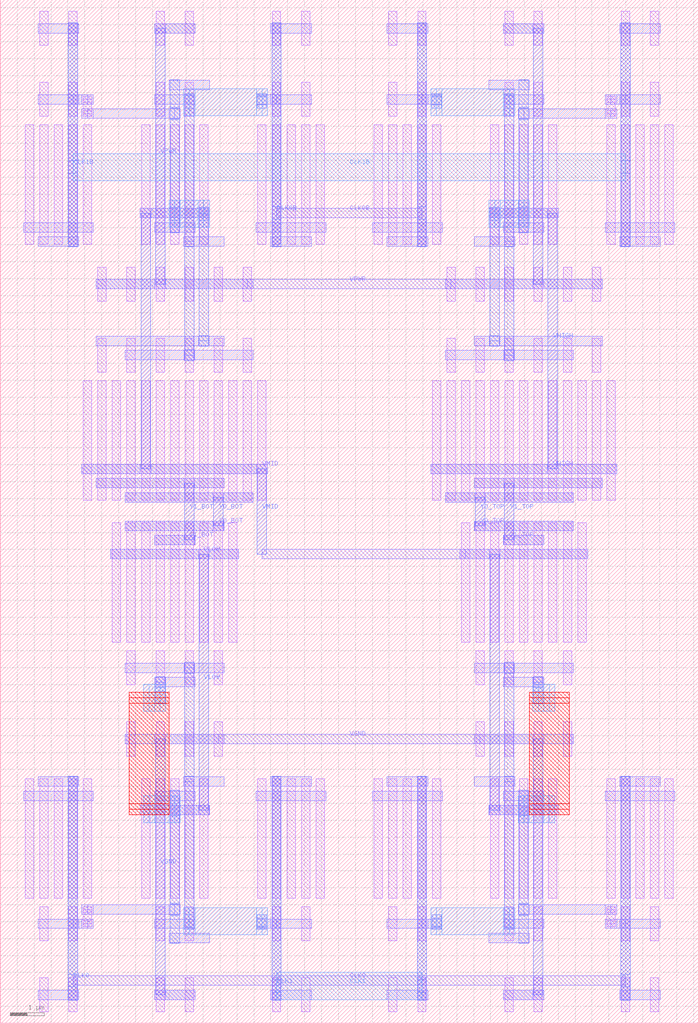
<source format=lef>
VERSION 5.7 ;
  DIVIDERCHAR "/" ;
  BUSBITCHARS "[]" ;
MACRO DCDC_CONV2TO1
  CLASS BLOCK ;
  ORIGIN 0 0 ;
  FOREIGN DCDC_CONV2TO1 0 0 ;
  SIZE 20.64 BY 30.24 ;
  PIN CLK0
    DIRECTION INOUT ;
    USE SIGNAL ;
    PORT 
      LAYER met3 ;
        RECT 18.35 0.68 18.63 7.3 ;
      LAYER met3 ;
        RECT 2.01 0.68 2.29 7.3 ;
      LAYER met3 ;
        RECT 18.35 1.075 18.63 1.445 ;
      LAYER met2 ;
        RECT 2.15 1.12 18.49 1.4 ;
      LAYER met3 ;
        RECT 2.01 1.075 2.29 1.445 ;
    END
  END CLK0
  PIN CLK0B
    DIRECTION INOUT ;
    USE SIGNAL ;
    PORT 
      LAYER met3 ;
        RECT 12.33 22.94 12.61 29.56 ;
      LAYER met3 ;
        RECT 8.03 22.94 8.31 29.56 ;
      LAYER met3 ;
        RECT 12.33 23.755 12.61 24.125 ;
      LAYER met2 ;
        RECT 8.17 23.8 12.47 24.08 ;
      LAYER met3 ;
        RECT 8.03 23.755 8.31 24.125 ;
    END
  END CLK0B
  PIN CLK1
    DIRECTION INOUT ;
    USE SIGNAL ;
    PORT 
      LAYER met3 ;
        RECT 12.33 0.68 12.61 7.3 ;
      LAYER met3 ;
        RECT 8.03 0.68 8.31 7.3 ;
      LAYER met3 ;
        RECT 12.33 0.915 12.61 1.285 ;
      LAYER met4 ;
        RECT 8.17 0.7 12.47 1.5 ;
      LAYER met3 ;
        RECT 8.03 0.915 8.31 1.285 ;
    END
  END CLK1
  PIN CLK1B
    DIRECTION INOUT ;
    USE SIGNAL ;
    PORT 
      LAYER met3 ;
        RECT 18.35 22.94 18.63 29.56 ;
      LAYER met3 ;
        RECT 2.01 22.94 2.29 29.56 ;
      LAYER met3 ;
        RECT 18.35 25.115 18.63 25.485 ;
      LAYER met4 ;
        RECT 2.15 24.9 18.49 25.7 ;
      LAYER met3 ;
        RECT 2.01 25.115 2.29 25.485 ;
    END
  END CLK1B
  PIN VGND
    DIRECTION INOUT ;
    USE SIGNAL ;
    PORT 
      LAYER met2 ;
        RECT 14.88 0.7 16.08 0.98 ;
      LAYER met2 ;
        RECT 14.02 8.26 16.94 8.54 ;
      LAYER met2 ;
        RECT 15.75 0.7 16.07 0.98 ;
      LAYER met3 ;
        RECT 15.77 0.84 16.05 8.4 ;
      LAYER met2 ;
        RECT 15.75 8.26 16.07 8.54 ;
      LAYER met2 ;
        RECT 4.56 0.7 5.76 0.98 ;
      LAYER met2 ;
        RECT 3.7 8.26 6.62 8.54 ;
      LAYER met2 ;
        RECT 4.57 0.7 4.89 0.98 ;
      LAYER met3 ;
        RECT 4.59 0.84 4.87 8.4 ;
      LAYER met2 ;
        RECT 4.57 8.26 4.89 8.54 ;
      LAYER met2 ;
        RECT 6.45 8.26 14.19 8.54 ;
    END
  END VGND
  PIN VHIGH
    DIRECTION INOUT ;
    USE SIGNAL ;
    PORT 
      LAYER met2 ;
        RECT 14.45 23.8 16.51 24.08 ;
      LAYER met2 ;
        RECT 12.73 16.24 18.23 16.52 ;
      LAYER met2 ;
        RECT 16.18 23.8 16.5 24.08 ;
      LAYER met3 ;
        RECT 16.2 16.38 16.48 23.94 ;
      LAYER met2 ;
        RECT 16.18 16.24 16.5 16.52 ;
    END
  END VHIGH
  PIN VLOW
    DIRECTION INOUT ;
    USE SIGNAL ;
    PORT 
      LAYER met2 ;
        RECT 4.13 6.16 6.19 6.44 ;
      LAYER met2 ;
        RECT 3.27 13.72 7.05 14 ;
      LAYER met2 ;
        RECT 5.86 6.16 6.18 6.44 ;
      LAYER met3 ;
        RECT 5.88 6.3 6.16 13.86 ;
      LAYER met2 ;
        RECT 5.86 13.72 6.18 14 ;
    END
  END VLOW
  PIN VMID
    DIRECTION INOUT ;
    USE SIGNAL ;
    PORT 
      LAYER met2 ;
        RECT 14.45 6.16 16.51 6.44 ;
      LAYER met2 ;
        RECT 13.59 13.72 17.37 14 ;
      LAYER met2 ;
        RECT 14.46 6.16 14.78 6.44 ;
      LAYER met3 ;
        RECT 14.48 6.3 14.76 13.86 ;
      LAYER met2 ;
        RECT 14.46 13.72 14.78 14 ;
      LAYER met2 ;
        RECT 4.13 23.8 6.19 24.08 ;
      LAYER met2 ;
        RECT 2.41 16.24 7.91 16.52 ;
      LAYER met2 ;
        RECT 4.14 23.8 4.46 24.08 ;
      LAYER met3 ;
        RECT 4.16 16.38 4.44 23.94 ;
      LAYER met2 ;
        RECT 4.14 16.24 4.46 16.52 ;
      LAYER met2 ;
        RECT 7.74 13.72 13.76 14 ;
      LAYER met3 ;
        RECT 7.6 13.86 7.88 16.38 ;
      LAYER met2 ;
        RECT 7.58 16.24 7.9 16.52 ;
    END
  END VMID
  PIN VPWR
    DIRECTION INOUT ;
    USE SIGNAL ;
    PORT 
      LAYER met2 ;
        RECT 14.88 29.26 16.08 29.54 ;
      LAYER met2 ;
        RECT 13.16 21.7 17.8 21.98 ;
      LAYER met2 ;
        RECT 15.75 29.26 16.07 29.54 ;
      LAYER met3 ;
        RECT 15.77 21.84 16.05 29.4 ;
      LAYER met2 ;
        RECT 15.75 21.7 16.07 21.98 ;
      LAYER met2 ;
        RECT 4.56 29.26 5.76 29.54 ;
      LAYER met2 ;
        RECT 2.84 21.7 7.48 21.98 ;
      LAYER met2 ;
        RECT 4.57 29.26 4.89 29.54 ;
      LAYER met3 ;
        RECT 4.59 21.84 4.87 29.4 ;
      LAYER met2 ;
        RECT 4.57 21.7 4.89 21.98 ;
      LAYER met2 ;
        RECT 7.31 21.7 13.33 21.98 ;
    END
  END VPWR
  PIN Y0_BOT
    DIRECTION INOUT ;
    USE SIGNAL ;
    PORT 
      LAYER met2 ;
        RECT 3.7 15.4 7.48 15.68 ;
      LAYER met2 ;
        RECT 3.7 14.56 6.62 14.84 ;
      LAYER met2 ;
        RECT 6.29 15.4 6.61 15.68 ;
      LAYER met3 ;
        RECT 6.31 14.7 6.59 15.54 ;
      LAYER met2 ;
        RECT 6.29 14.56 6.61 14.84 ;
    END
  END Y0_BOT
  PIN Y0_TOP
    DIRECTION INOUT ;
    USE SIGNAL ;
    PORT 
      LAYER met2 ;
        RECT 13.16 15.4 16.94 15.68 ;
      LAYER met2 ;
        RECT 14.02 14.56 16.94 14.84 ;
      LAYER met2 ;
        RECT 14.03 15.4 14.35 15.68 ;
      LAYER met3 ;
        RECT 14.05 14.7 14.33 15.54 ;
      LAYER met2 ;
        RECT 14.03 14.56 14.35 14.84 ;
    END
  END Y0_TOP
  PIN Y1_BOT
    DIRECTION INOUT ;
    USE SIGNAL ;
    PORT 
      LAYER met2 ;
        RECT 2.84 15.82 6.62 16.1 ;
      LAYER met2 ;
        RECT 4.56 14.14 5.76 14.42 ;
      LAYER met2 ;
        RECT 5.43 15.82 5.75 16.1 ;
      LAYER met3 ;
        RECT 5.45 14.28 5.73 15.96 ;
      LAYER met2 ;
        RECT 5.43 14.14 5.75 14.42 ;
    END
  END Y1_BOT
  PIN Y1_TOP
    DIRECTION INOUT ;
    USE SIGNAL ;
    PORT 
      LAYER met2 ;
        RECT 14.02 15.82 17.8 16.1 ;
      LAYER met2 ;
        RECT 14.88 14.14 16.08 14.42 ;
      LAYER met2 ;
        RECT 14.89 15.82 15.21 16.1 ;
      LAYER met3 ;
        RECT 14.91 14.28 15.19 15.96 ;
      LAYER met2 ;
        RECT 14.89 14.14 15.21 14.42 ;
    END
  END Y1_TOP
  OBS 
  LAYER met3 ;
        RECT 14.91 22.94 15.19 27.46 ;
  LAYER met2 ;
        RECT 13.16 19.6 16.94 19.88 ;
  LAYER met2 ;
        RECT 11.44 27.16 12.64 27.44 ;
  LAYER met3 ;
        RECT 14.91 19.74 15.19 23.1 ;
  LAYER met2 ;
        RECT 14.89 19.6 15.21 19.88 ;
  LAYER met3 ;
        RECT 14.91 27.035 15.19 27.405 ;
  LAYER met4 ;
        RECT 12.9 26.82 15.05 27.62 ;
  LAYER met3 ;
        RECT 12.76 27.139 13.04 27.381 ;
  LAYER met2 ;
        RECT 12.47 27.16 12.9 27.44 ;
  LAYER met2 ;
        RECT 14.89 19.6 15.21 19.88 ;
  LAYER met3 ;
        RECT 14.91 19.58 15.19 19.9 ;
  LAYER met2 ;
        RECT 12.74 27.16 13.06 27.44 ;
  LAYER met3 ;
        RECT 12.76 27.14 13.04 27.46 ;
  LAYER met2 ;
        RECT 14.89 19.6 15.21 19.88 ;
  LAYER met3 ;
        RECT 14.91 19.58 15.19 19.9 ;
  LAYER met3 ;
        RECT 12.76 27.035 13.04 27.405 ;
  LAYER met4 ;
        RECT 12.735 26.82 13.065 27.62 ;
  LAYER met3 ;
        RECT 14.91 27.035 15.19 27.405 ;
  LAYER met4 ;
        RECT 14.885 26.82 15.215 27.62 ;
  LAYER met2 ;
        RECT 14.89 19.6 15.21 19.88 ;
  LAYER met3 ;
        RECT 14.91 19.58 15.19 19.9 ;
  LAYER met3 ;
        RECT 14.91 27.035 15.19 27.405 ;
  LAYER met4 ;
        RECT 14.885 26.82 15.215 27.62 ;
  LAYER met3 ;
        RECT 15.34 23.36 15.62 27.88 ;
  LAYER met2 ;
        RECT 14.02 20.02 17.8 20.3 ;
  LAYER met2 ;
        RECT 18.32 27.16 19.52 27.44 ;
  LAYER met3 ;
        RECT 15.34 23.735 15.62 24.105 ;
  LAYER met4 ;
        RECT 14.62 23.52 15.48 24.32 ;
  LAYER met3 ;
        RECT 14.48 20.16 14.76 23.92 ;
  LAYER met2 ;
        RECT 14.46 20.02 14.78 20.3 ;
  LAYER met3 ;
        RECT 15.34 26.695 15.62 27.065 ;
  LAYER met2 ;
        RECT 15.48 26.74 18.06 27.02 ;
  LAYER met1 ;
        RECT 17.935 26.88 18.185 27.3 ;
  LAYER met2 ;
        RECT 18.06 27.16 18.49 27.44 ;
  LAYER met2 ;
        RECT 14.46 20.02 14.78 20.3 ;
  LAYER met3 ;
        RECT 14.48 20 14.76 20.32 ;
  LAYER met3 ;
        RECT 14.48 23.735 14.76 24.105 ;
  LAYER met4 ;
        RECT 14.455 23.52 14.785 24.32 ;
  LAYER met3 ;
        RECT 15.34 23.735 15.62 24.105 ;
  LAYER met4 ;
        RECT 15.315 23.52 15.645 24.32 ;
  LAYER met1 ;
        RECT 17.935 26.795 18.185 26.965 ;
  LAYER met2 ;
        RECT 17.89 26.74 18.23 27.02 ;
  LAYER met1 ;
        RECT 17.935 27.215 18.185 27.385 ;
  LAYER met2 ;
        RECT 17.89 27.16 18.23 27.44 ;
  LAYER met2 ;
        RECT 14.46 20.02 14.78 20.3 ;
  LAYER met3 ;
        RECT 14.48 20 14.76 20.32 ;
  LAYER met2 ;
        RECT 15.32 26.74 15.64 27.02 ;
  LAYER met3 ;
        RECT 15.34 26.72 15.62 27.04 ;
  LAYER met3 ;
        RECT 14.48 23.735 14.76 24.105 ;
  LAYER met4 ;
        RECT 14.455 23.52 14.785 24.32 ;
  LAYER met3 ;
        RECT 15.34 23.735 15.62 24.105 ;
  LAYER met4 ;
        RECT 15.315 23.52 15.645 24.32 ;
  LAYER met1 ;
        RECT 17.935 26.795 18.185 26.965 ;
  LAYER met2 ;
        RECT 17.89 26.74 18.23 27.02 ;
  LAYER met1 ;
        RECT 17.935 27.215 18.185 27.385 ;
  LAYER met2 ;
        RECT 17.89 27.16 18.23 27.44 ;
  LAYER met2 ;
        RECT 14.46 20.02 14.78 20.3 ;
  LAYER met3 ;
        RECT 14.48 20 14.76 20.32 ;
  LAYER met2 ;
        RECT 15.32 26.74 15.64 27.02 ;
  LAYER met3 ;
        RECT 15.34 26.72 15.62 27.04 ;
  LAYER met3 ;
        RECT 14.48 23.735 14.76 24.105 ;
  LAYER met4 ;
        RECT 14.455 23.52 14.785 24.32 ;
  LAYER met3 ;
        RECT 15.34 23.735 15.62 24.105 ;
  LAYER met4 ;
        RECT 15.315 23.52 15.645 24.32 ;
  LAYER met1 ;
        RECT 14.925 23.015 15.175 26.545 ;
  LAYER met1 ;
        RECT 14.925 26.795 15.175 27.805 ;
  LAYER met1 ;
        RECT 14.925 28.895 15.175 29.905 ;
  LAYER met1 ;
        RECT 14.495 23.015 14.745 26.545 ;
  LAYER met1 ;
        RECT 15.355 23.015 15.605 26.545 ;
  LAYER met1 ;
        RECT 15.785 23.015 16.035 26.545 ;
  LAYER met1 ;
        RECT 15.785 26.795 16.035 27.805 ;
  LAYER met1 ;
        RECT 15.785 28.895 16.035 29.905 ;
  LAYER met1 ;
        RECT 16.215 23.015 16.465 26.545 ;
  LAYER met2 ;
        RECT 14.88 27.16 16.08 27.44 ;
  LAYER met2 ;
        RECT 14.02 22.96 15.22 23.24 ;
  LAYER met2 ;
        RECT 14.45 27.58 15.65 27.86 ;
  LAYER met2 ;
        RECT 14.88 23.38 16.08 23.66 ;
  LAYER met2 ;
        RECT 14.88 29.26 16.08 29.54 ;
  LAYER met3 ;
        RECT 14.91 22.94 15.19 27.46 ;
  LAYER met3 ;
        RECT 15.34 23.36 15.62 27.88 ;
  LAYER met2 ;
        RECT 14.45 23.8 16.51 24.08 ;
  LAYER met1 ;
        RECT 13.205 15.455 13.455 18.985 ;
  LAYER met1 ;
        RECT 13.205 19.235 13.455 20.245 ;
  LAYER met1 ;
        RECT 13.205 21.335 13.455 22.345 ;
  LAYER met1 ;
        RECT 12.775 15.455 13.025 18.985 ;
  LAYER met1 ;
        RECT 13.635 15.455 13.885 18.985 ;
  LAYER met1 ;
        RECT 14.065 15.455 14.315 18.985 ;
  LAYER met1 ;
        RECT 14.065 19.235 14.315 20.245 ;
  LAYER met1 ;
        RECT 14.065 21.335 14.315 22.345 ;
  LAYER met1 ;
        RECT 14.495 15.455 14.745 18.985 ;
  LAYER met1 ;
        RECT 14.925 15.455 15.175 18.985 ;
  LAYER met1 ;
        RECT 14.925 19.235 15.175 20.245 ;
  LAYER met1 ;
        RECT 14.925 21.335 15.175 22.345 ;
  LAYER met1 ;
        RECT 15.355 15.455 15.605 18.985 ;
  LAYER met1 ;
        RECT 15.785 15.455 16.035 18.985 ;
  LAYER met1 ;
        RECT 15.785 19.235 16.035 20.245 ;
  LAYER met1 ;
        RECT 15.785 21.335 16.035 22.345 ;
  LAYER met1 ;
        RECT 16.215 15.455 16.465 18.985 ;
  LAYER met1 ;
        RECT 16.645 15.455 16.895 18.985 ;
  LAYER met1 ;
        RECT 16.645 19.235 16.895 20.245 ;
  LAYER met1 ;
        RECT 16.645 21.335 16.895 22.345 ;
  LAYER met1 ;
        RECT 17.075 15.455 17.325 18.985 ;
  LAYER met1 ;
        RECT 17.505 15.455 17.755 18.985 ;
  LAYER met1 ;
        RECT 17.505 19.235 17.755 20.245 ;
  LAYER met1 ;
        RECT 17.505 21.335 17.755 22.345 ;
  LAYER met1 ;
        RECT 17.935 15.455 18.185 18.985 ;
  LAYER met2 ;
        RECT 13.16 21.7 17.8 21.98 ;
  LAYER met2 ;
        RECT 13.16 15.4 16.94 15.68 ;
  LAYER met2 ;
        RECT 14.02 15.82 17.8 16.1 ;
  LAYER met2 ;
        RECT 13.16 19.6 16.94 19.88 ;
  LAYER met2 ;
        RECT 14.02 20.02 17.8 20.3 ;
  LAYER met2 ;
        RECT 12.73 16.24 18.23 16.52 ;
  LAYER met1 ;
        RECT 11.485 23.015 11.735 26.545 ;
  LAYER met1 ;
        RECT 11.485 26.795 11.735 27.805 ;
  LAYER met1 ;
        RECT 11.485 28.895 11.735 29.905 ;
  LAYER met1 ;
        RECT 11.055 23.015 11.305 26.545 ;
  LAYER met1 ;
        RECT 11.915 23.015 12.165 26.545 ;
  LAYER met1 ;
        RECT 12.345 23.015 12.595 26.545 ;
  LAYER met1 ;
        RECT 12.345 26.795 12.595 27.805 ;
  LAYER met1 ;
        RECT 12.345 28.895 12.595 29.905 ;
  LAYER met1 ;
        RECT 12.775 23.015 13.025 26.545 ;
  LAYER met2 ;
        RECT 11.44 29.26 12.64 29.54 ;
  LAYER met2 ;
        RECT 11.44 22.96 12.64 23.24 ;
  LAYER met2 ;
        RECT 11.01 23.38 13.07 23.66 ;
  LAYER met2 ;
        RECT 11.44 27.16 12.64 27.44 ;
  LAYER met3 ;
        RECT 12.33 22.94 12.61 29.56 ;
  LAYER met1 ;
        RECT 19.225 23.015 19.475 26.545 ;
  LAYER met1 ;
        RECT 19.225 26.795 19.475 27.805 ;
  LAYER met1 ;
        RECT 19.225 28.895 19.475 29.905 ;
  LAYER met1 ;
        RECT 19.655 23.015 19.905 26.545 ;
  LAYER met1 ;
        RECT 18.795 23.015 19.045 26.545 ;
  LAYER met1 ;
        RECT 18.365 23.015 18.615 26.545 ;
  LAYER met1 ;
        RECT 18.365 26.795 18.615 27.805 ;
  LAYER met1 ;
        RECT 18.365 28.895 18.615 29.905 ;
  LAYER met1 ;
        RECT 17.935 23.015 18.185 26.545 ;
  LAYER met2 ;
        RECT 18.32 29.26 19.52 29.54 ;
  LAYER met2 ;
        RECT 18.32 22.96 19.52 23.24 ;
  LAYER met2 ;
        RECT 17.89 23.38 19.95 23.66 ;
  LAYER met2 ;
        RECT 18.32 27.16 19.52 27.44 ;
  LAYER met3 ;
        RECT 18.35 22.94 18.63 29.56 ;
  LAYER met3 ;
        RECT 14.91 2.78 15.19 7.3 ;
  LAYER met2 ;
        RECT 14.02 10.36 16.94 10.64 ;
  LAYER met2 ;
        RECT 11.44 2.8 12.64 3.08 ;
  LAYER met3 ;
        RECT 14.91 7.14 15.19 10.5 ;
  LAYER met2 ;
        RECT 14.89 10.36 15.21 10.64 ;
  LAYER met3 ;
        RECT 14.91 2.835 15.19 3.205 ;
  LAYER met4 ;
        RECT 12.9 2.62 15.05 3.42 ;
  LAYER met3 ;
        RECT 12.76 2.859 13.04 3.101 ;
  LAYER met2 ;
        RECT 12.47 2.8 12.9 3.08 ;
  LAYER met2 ;
        RECT 14.89 10.36 15.21 10.64 ;
  LAYER met3 ;
        RECT 14.91 10.34 15.19 10.66 ;
  LAYER met2 ;
        RECT 12.74 2.8 13.06 3.08 ;
  LAYER met3 ;
        RECT 12.76 2.78 13.04 3.1 ;
  LAYER met2 ;
        RECT 14.89 10.36 15.21 10.64 ;
  LAYER met3 ;
        RECT 14.91 10.34 15.19 10.66 ;
  LAYER met3 ;
        RECT 12.76 2.835 13.04 3.205 ;
  LAYER met4 ;
        RECT 12.735 2.62 13.065 3.42 ;
  LAYER met3 ;
        RECT 14.91 2.835 15.19 3.205 ;
  LAYER met4 ;
        RECT 14.885 2.62 15.215 3.42 ;
  LAYER met2 ;
        RECT 14.89 10.36 15.21 10.64 ;
  LAYER met3 ;
        RECT 14.91 10.34 15.19 10.66 ;
  LAYER met3 ;
        RECT 14.91 2.835 15.19 3.205 ;
  LAYER met4 ;
        RECT 14.885 2.62 15.215 3.42 ;
  LAYER met3 ;
        RECT 15.34 2.36 15.62 6.88 ;
  LAYER met2 ;
        RECT 14.88 9.94 16.08 10.22 ;
  LAYER met2 ;
        RECT 18.32 2.8 19.52 3.08 ;
  LAYER met3 ;
        RECT 15.34 6.135 15.62 6.505 ;
  LAYER met4 ;
        RECT 15.48 5.92 16.24 6.72 ;
  LAYER met5 ;
        RECT 15.65 6.32 16.83 9.62 ;
  LAYER met4 ;
        RECT 15.91 9.22 16.24 10.02 ;
  LAYER met3 ;
        RECT 15.77 9.62 16.05 10.08 ;
  LAYER met2 ;
        RECT 15.75 9.94 16.07 10.22 ;
  LAYER met3 ;
        RECT 15.34 3.175 15.62 3.545 ;
  LAYER met2 ;
        RECT 15.48 3.22 18.06 3.5 ;
  LAYER met1 ;
        RECT 17.935 2.94 18.185 3.36 ;
  LAYER met2 ;
        RECT 18.06 2.8 18.49 3.08 ;
  LAYER met2 ;
        RECT 15.75 9.94 16.07 10.22 ;
  LAYER met3 ;
        RECT 15.77 9.92 16.05 10.24 ;
  LAYER met3 ;
        RECT 15.34 6.135 15.62 6.505 ;
  LAYER met4 ;
        RECT 15.315 5.92 15.645 6.72 ;
  LAYER met3 ;
        RECT 15.77 9.435 16.05 9.805 ;
  LAYER met4 ;
        RECT 15.745 9.22 16.075 10.02 ;
  LAYER met4 ;
        RECT 16.075 9.22 16.405 10.02 ;
  LAYER met5 ;
        RECT 15.65 9.455 16.83 9.785 ;
  LAYER met4 ;
        RECT 16.075 5.92 16.405 6.72 ;
  LAYER met5 ;
        RECT 15.65 6.155 16.83 6.485 ;
  LAYER met1 ;
        RECT 17.935 3.275 18.185 3.445 ;
  LAYER met2 ;
        RECT 17.89 3.22 18.23 3.5 ;
  LAYER met1 ;
        RECT 17.935 2.855 18.185 3.025 ;
  LAYER met2 ;
        RECT 17.89 2.8 18.23 3.08 ;
  LAYER met2 ;
        RECT 15.32 3.22 15.64 3.5 ;
  LAYER met3 ;
        RECT 15.34 3.2 15.62 3.52 ;
  LAYER met2 ;
        RECT 15.75 9.94 16.07 10.22 ;
  LAYER met3 ;
        RECT 15.77 9.92 16.05 10.24 ;
  LAYER met3 ;
        RECT 15.34 6.135 15.62 6.505 ;
  LAYER met4 ;
        RECT 15.315 5.92 15.645 6.72 ;
  LAYER met3 ;
        RECT 15.77 9.435 16.05 9.805 ;
  LAYER met4 ;
        RECT 15.745 9.22 16.075 10.02 ;
  LAYER met4 ;
        RECT 16.075 9.22 16.405 10.02 ;
  LAYER met5 ;
        RECT 15.65 9.455 16.83 9.785 ;
  LAYER met4 ;
        RECT 16.075 5.92 16.405 6.72 ;
  LAYER met5 ;
        RECT 15.65 6.155 16.83 6.485 ;
  LAYER met1 ;
        RECT 17.935 3.275 18.185 3.445 ;
  LAYER met2 ;
        RECT 17.89 3.22 18.23 3.5 ;
  LAYER met1 ;
        RECT 17.935 2.855 18.185 3.025 ;
  LAYER met2 ;
        RECT 17.89 2.8 18.23 3.08 ;
  LAYER met2 ;
        RECT 15.32 3.22 15.64 3.5 ;
  LAYER met3 ;
        RECT 15.34 3.2 15.62 3.52 ;
  LAYER met2 ;
        RECT 15.75 9.94 16.07 10.22 ;
  LAYER met3 ;
        RECT 15.77 9.92 16.05 10.24 ;
  LAYER met3 ;
        RECT 15.34 6.135 15.62 6.505 ;
  LAYER met4 ;
        RECT 15.315 5.92 15.645 6.72 ;
  LAYER met3 ;
        RECT 15.77 9.435 16.05 9.805 ;
  LAYER met4 ;
        RECT 15.745 9.22 16.075 10.02 ;
  LAYER met4 ;
        RECT 16.075 9.22 16.405 10.02 ;
  LAYER met5 ;
        RECT 15.65 9.455 16.83 9.785 ;
  LAYER met4 ;
        RECT 16.075 5.92 16.405 6.72 ;
  LAYER met5 ;
        RECT 15.65 6.155 16.83 6.485 ;
  LAYER met1 ;
        RECT 14.925 3.695 15.175 7.225 ;
  LAYER met1 ;
        RECT 14.925 2.435 15.175 3.445 ;
  LAYER met1 ;
        RECT 14.925 0.335 15.175 1.345 ;
  LAYER met1 ;
        RECT 14.495 3.695 14.745 7.225 ;
  LAYER met1 ;
        RECT 15.355 3.695 15.605 7.225 ;
  LAYER met1 ;
        RECT 15.785 3.695 16.035 7.225 ;
  LAYER met1 ;
        RECT 15.785 2.435 16.035 3.445 ;
  LAYER met1 ;
        RECT 15.785 0.335 16.035 1.345 ;
  LAYER met1 ;
        RECT 16.215 3.695 16.465 7.225 ;
  LAYER met2 ;
        RECT 14.88 2.8 16.08 3.08 ;
  LAYER met2 ;
        RECT 14.02 7 15.22 7.28 ;
  LAYER met2 ;
        RECT 14.45 2.38 15.65 2.66 ;
  LAYER met2 ;
        RECT 14.88 6.58 16.08 6.86 ;
  LAYER met2 ;
        RECT 14.88 0.7 16.08 0.98 ;
  LAYER met3 ;
        RECT 14.91 2.78 15.19 7.3 ;
  LAYER met3 ;
        RECT 15.34 2.36 15.62 6.88 ;
  LAYER met2 ;
        RECT 14.45 6.16 16.51 6.44 ;
  LAYER met1 ;
        RECT 14.065 11.255 14.315 14.785 ;
  LAYER met1 ;
        RECT 14.065 9.995 14.315 11.005 ;
  LAYER met1 ;
        RECT 14.065 7.895 14.315 8.905 ;
  LAYER met1 ;
        RECT 13.635 11.255 13.885 14.785 ;
  LAYER met1 ;
        RECT 14.495 11.255 14.745 14.785 ;
  LAYER met1 ;
        RECT 14.925 11.255 15.175 14.785 ;
  LAYER met1 ;
        RECT 14.925 9.995 15.175 11.005 ;
  LAYER met1 ;
        RECT 14.925 7.895 15.175 8.905 ;
  LAYER met1 ;
        RECT 15.355 11.255 15.605 14.785 ;
  LAYER met1 ;
        RECT 15.785 11.255 16.035 14.785 ;
  LAYER met1 ;
        RECT 15.785 9.995 16.035 11.005 ;
  LAYER met1 ;
        RECT 15.785 7.895 16.035 8.905 ;
  LAYER met1 ;
        RECT 16.215 11.255 16.465 14.785 ;
  LAYER met1 ;
        RECT 16.645 11.255 16.895 14.785 ;
  LAYER met1 ;
        RECT 16.645 9.995 16.895 11.005 ;
  LAYER met1 ;
        RECT 16.645 7.895 16.895 8.905 ;
  LAYER met1 ;
        RECT 17.075 11.255 17.325 14.785 ;
  LAYER met2 ;
        RECT 14.02 8.26 16.94 8.54 ;
  LAYER met2 ;
        RECT 14.02 14.56 16.94 14.84 ;
  LAYER met2 ;
        RECT 14.88 14.14 16.08 14.42 ;
  LAYER met2 ;
        RECT 14.02 10.36 16.94 10.64 ;
  LAYER met2 ;
        RECT 14.88 9.94 16.08 10.22 ;
  LAYER met2 ;
        RECT 13.59 13.72 17.37 14 ;
  LAYER met1 ;
        RECT 11.485 3.695 11.735 7.225 ;
  LAYER met1 ;
        RECT 11.485 2.435 11.735 3.445 ;
  LAYER met1 ;
        RECT 11.485 0.335 11.735 1.345 ;
  LAYER met1 ;
        RECT 11.055 3.695 11.305 7.225 ;
  LAYER met1 ;
        RECT 11.915 3.695 12.165 7.225 ;
  LAYER met1 ;
        RECT 12.345 3.695 12.595 7.225 ;
  LAYER met1 ;
        RECT 12.345 2.435 12.595 3.445 ;
  LAYER met1 ;
        RECT 12.345 0.335 12.595 1.345 ;
  LAYER met1 ;
        RECT 12.775 3.695 13.025 7.225 ;
  LAYER met2 ;
        RECT 11.44 0.7 12.64 0.98 ;
  LAYER met2 ;
        RECT 11.44 7 12.64 7.28 ;
  LAYER met2 ;
        RECT 11.01 6.58 13.07 6.86 ;
  LAYER met2 ;
        RECT 11.44 2.8 12.64 3.08 ;
  LAYER met3 ;
        RECT 12.33 0.68 12.61 7.3 ;
  LAYER met1 ;
        RECT 19.225 3.695 19.475 7.225 ;
  LAYER met1 ;
        RECT 19.225 2.435 19.475 3.445 ;
  LAYER met1 ;
        RECT 19.225 0.335 19.475 1.345 ;
  LAYER met1 ;
        RECT 19.655 3.695 19.905 7.225 ;
  LAYER met1 ;
        RECT 18.795 3.695 19.045 7.225 ;
  LAYER met1 ;
        RECT 18.365 3.695 18.615 7.225 ;
  LAYER met1 ;
        RECT 18.365 2.435 18.615 3.445 ;
  LAYER met1 ;
        RECT 18.365 0.335 18.615 1.345 ;
  LAYER met1 ;
        RECT 17.935 3.695 18.185 7.225 ;
  LAYER met2 ;
        RECT 18.32 0.7 19.52 0.98 ;
  LAYER met2 ;
        RECT 18.32 7 19.52 7.28 ;
  LAYER met2 ;
        RECT 17.89 6.58 19.95 6.86 ;
  LAYER met2 ;
        RECT 18.32 2.8 19.52 3.08 ;
  LAYER met3 ;
        RECT 18.35 0.68 18.63 7.3 ;
  LAYER met3 ;
        RECT 5.45 22.94 5.73 27.46 ;
  LAYER met2 ;
        RECT 3.7 19.6 7.48 19.88 ;
  LAYER met2 ;
        RECT 8 27.16 9.2 27.44 ;
  LAYER met3 ;
        RECT 5.45 19.74 5.73 23.1 ;
  LAYER met2 ;
        RECT 5.43 19.6 5.75 19.88 ;
  LAYER met3 ;
        RECT 5.45 27.035 5.73 27.405 ;
  LAYER met4 ;
        RECT 5.59 26.82 7.74 27.62 ;
  LAYER met3 ;
        RECT 7.6 27.139 7.88 27.381 ;
  LAYER met2 ;
        RECT 7.74 27.16 8.17 27.44 ;
  LAYER met2 ;
        RECT 5.43 19.6 5.75 19.88 ;
  LAYER met3 ;
        RECT 5.45 19.58 5.73 19.9 ;
  LAYER met2 ;
        RECT 7.58 27.16 7.9 27.44 ;
  LAYER met3 ;
        RECT 7.6 27.14 7.88 27.46 ;
  LAYER met2 ;
        RECT 5.43 19.6 5.75 19.88 ;
  LAYER met3 ;
        RECT 5.45 19.58 5.73 19.9 ;
  LAYER met3 ;
        RECT 7.6 27.035 7.88 27.405 ;
  LAYER met4 ;
        RECT 7.575 26.82 7.905 27.62 ;
  LAYER met3 ;
        RECT 5.45 27.035 5.73 27.405 ;
  LAYER met4 ;
        RECT 5.425 26.82 5.755 27.62 ;
  LAYER met2 ;
        RECT 5.43 19.6 5.75 19.88 ;
  LAYER met3 ;
        RECT 5.45 19.58 5.73 19.9 ;
  LAYER met3 ;
        RECT 5.45 27.035 5.73 27.405 ;
  LAYER met4 ;
        RECT 5.425 26.82 5.755 27.62 ;
  LAYER met3 ;
        RECT 5.02 23.36 5.3 27.88 ;
  LAYER met2 ;
        RECT 2.84 20.02 6.62 20.3 ;
  LAYER met2 ;
        RECT 1.12 27.16 2.32 27.44 ;
  LAYER met3 ;
        RECT 5.02 23.735 5.3 24.105 ;
  LAYER met4 ;
        RECT 5.16 23.52 6.02 24.32 ;
  LAYER met3 ;
        RECT 5.88 20.16 6.16 23.92 ;
  LAYER met2 ;
        RECT 5.86 20.02 6.18 20.3 ;
  LAYER met3 ;
        RECT 5.02 26.695 5.3 27.065 ;
  LAYER met2 ;
        RECT 2.58 26.74 5.16 27.02 ;
  LAYER met1 ;
        RECT 2.455 26.88 2.705 27.3 ;
  LAYER met2 ;
        RECT 2.15 27.16 2.58 27.44 ;
  LAYER met2 ;
        RECT 5.86 20.02 6.18 20.3 ;
  LAYER met3 ;
        RECT 5.88 20 6.16 20.32 ;
  LAYER met3 ;
        RECT 5.88 23.735 6.16 24.105 ;
  LAYER met4 ;
        RECT 5.855 23.52 6.185 24.32 ;
  LAYER met3 ;
        RECT 5.02 23.735 5.3 24.105 ;
  LAYER met4 ;
        RECT 4.995 23.52 5.325 24.32 ;
  LAYER met1 ;
        RECT 2.455 26.795 2.705 26.965 ;
  LAYER met2 ;
        RECT 2.41 26.74 2.75 27.02 ;
  LAYER met1 ;
        RECT 2.455 27.215 2.705 27.385 ;
  LAYER met2 ;
        RECT 2.41 27.16 2.75 27.44 ;
  LAYER met2 ;
        RECT 5.86 20.02 6.18 20.3 ;
  LAYER met3 ;
        RECT 5.88 20 6.16 20.32 ;
  LAYER met2 ;
        RECT 5 26.74 5.32 27.02 ;
  LAYER met3 ;
        RECT 5.02 26.72 5.3 27.04 ;
  LAYER met3 ;
        RECT 5.88 23.735 6.16 24.105 ;
  LAYER met4 ;
        RECT 5.855 23.52 6.185 24.32 ;
  LAYER met3 ;
        RECT 5.02 23.735 5.3 24.105 ;
  LAYER met4 ;
        RECT 4.995 23.52 5.325 24.32 ;
  LAYER met1 ;
        RECT 2.455 26.795 2.705 26.965 ;
  LAYER met2 ;
        RECT 2.41 26.74 2.75 27.02 ;
  LAYER met1 ;
        RECT 2.455 27.215 2.705 27.385 ;
  LAYER met2 ;
        RECT 2.41 27.16 2.75 27.44 ;
  LAYER met2 ;
        RECT 5.86 20.02 6.18 20.3 ;
  LAYER met3 ;
        RECT 5.88 20 6.16 20.32 ;
  LAYER met2 ;
        RECT 5 26.74 5.32 27.02 ;
  LAYER met3 ;
        RECT 5.02 26.72 5.3 27.04 ;
  LAYER met3 ;
        RECT 5.88 23.735 6.16 24.105 ;
  LAYER met4 ;
        RECT 5.855 23.52 6.185 24.32 ;
  LAYER met3 ;
        RECT 5.02 23.735 5.3 24.105 ;
  LAYER met4 ;
        RECT 4.995 23.52 5.325 24.32 ;
  LAYER met1 ;
        RECT 5.465 23.015 5.715 26.545 ;
  LAYER met1 ;
        RECT 5.465 26.795 5.715 27.805 ;
  LAYER met1 ;
        RECT 5.465 28.895 5.715 29.905 ;
  LAYER met1 ;
        RECT 5.895 23.015 6.145 26.545 ;
  LAYER met1 ;
        RECT 5.035 23.015 5.285 26.545 ;
  LAYER met1 ;
        RECT 4.605 23.015 4.855 26.545 ;
  LAYER met1 ;
        RECT 4.605 26.795 4.855 27.805 ;
  LAYER met1 ;
        RECT 4.605 28.895 4.855 29.905 ;
  LAYER met1 ;
        RECT 4.175 23.015 4.425 26.545 ;
  LAYER met2 ;
        RECT 4.56 27.16 5.76 27.44 ;
  LAYER met2 ;
        RECT 5.42 22.96 6.62 23.24 ;
  LAYER met2 ;
        RECT 4.99 27.58 6.19 27.86 ;
  LAYER met2 ;
        RECT 4.56 23.38 5.76 23.66 ;
  LAYER met2 ;
        RECT 4.56 29.26 5.76 29.54 ;
  LAYER met3 ;
        RECT 5.45 22.94 5.73 27.46 ;
  LAYER met3 ;
        RECT 5.02 23.36 5.3 27.88 ;
  LAYER met2 ;
        RECT 4.13 23.8 6.19 24.08 ;
  LAYER met1 ;
        RECT 7.185 15.455 7.435 18.985 ;
  LAYER met1 ;
        RECT 7.185 19.235 7.435 20.245 ;
  LAYER met1 ;
        RECT 7.185 21.335 7.435 22.345 ;
  LAYER met1 ;
        RECT 7.615 15.455 7.865 18.985 ;
  LAYER met1 ;
        RECT 6.755 15.455 7.005 18.985 ;
  LAYER met1 ;
        RECT 6.325 15.455 6.575 18.985 ;
  LAYER met1 ;
        RECT 6.325 19.235 6.575 20.245 ;
  LAYER met1 ;
        RECT 6.325 21.335 6.575 22.345 ;
  LAYER met1 ;
        RECT 5.895 15.455 6.145 18.985 ;
  LAYER met1 ;
        RECT 5.465 15.455 5.715 18.985 ;
  LAYER met1 ;
        RECT 5.465 19.235 5.715 20.245 ;
  LAYER met1 ;
        RECT 5.465 21.335 5.715 22.345 ;
  LAYER met1 ;
        RECT 5.035 15.455 5.285 18.985 ;
  LAYER met1 ;
        RECT 4.605 15.455 4.855 18.985 ;
  LAYER met1 ;
        RECT 4.605 19.235 4.855 20.245 ;
  LAYER met1 ;
        RECT 4.605 21.335 4.855 22.345 ;
  LAYER met1 ;
        RECT 4.175 15.455 4.425 18.985 ;
  LAYER met1 ;
        RECT 3.745 15.455 3.995 18.985 ;
  LAYER met1 ;
        RECT 3.745 19.235 3.995 20.245 ;
  LAYER met1 ;
        RECT 3.745 21.335 3.995 22.345 ;
  LAYER met1 ;
        RECT 3.315 15.455 3.565 18.985 ;
  LAYER met1 ;
        RECT 2.885 15.455 3.135 18.985 ;
  LAYER met1 ;
        RECT 2.885 19.235 3.135 20.245 ;
  LAYER met1 ;
        RECT 2.885 21.335 3.135 22.345 ;
  LAYER met1 ;
        RECT 2.455 15.455 2.705 18.985 ;
  LAYER met2 ;
        RECT 2.84 21.7 7.48 21.98 ;
  LAYER met2 ;
        RECT 3.7 15.4 7.48 15.68 ;
  LAYER met2 ;
        RECT 2.84 15.82 6.62 16.1 ;
  LAYER met2 ;
        RECT 3.7 19.6 7.48 19.88 ;
  LAYER met2 ;
        RECT 2.84 20.02 6.62 20.3 ;
  LAYER met2 ;
        RECT 2.41 16.24 7.91 16.52 ;
  LAYER met1 ;
        RECT 8.905 23.015 9.155 26.545 ;
  LAYER met1 ;
        RECT 8.905 26.795 9.155 27.805 ;
  LAYER met1 ;
        RECT 8.905 28.895 9.155 29.905 ;
  LAYER met1 ;
        RECT 9.335 23.015 9.585 26.545 ;
  LAYER met1 ;
        RECT 8.475 23.015 8.725 26.545 ;
  LAYER met1 ;
        RECT 8.045 23.015 8.295 26.545 ;
  LAYER met1 ;
        RECT 8.045 26.795 8.295 27.805 ;
  LAYER met1 ;
        RECT 8.045 28.895 8.295 29.905 ;
  LAYER met1 ;
        RECT 7.615 23.015 7.865 26.545 ;
  LAYER met2 ;
        RECT 8 29.26 9.2 29.54 ;
  LAYER met2 ;
        RECT 8 22.96 9.2 23.24 ;
  LAYER met2 ;
        RECT 7.57 23.38 9.63 23.66 ;
  LAYER met2 ;
        RECT 8 27.16 9.2 27.44 ;
  LAYER met3 ;
        RECT 8.03 22.94 8.31 29.56 ;
  LAYER met1 ;
        RECT 1.165 23.015 1.415 26.545 ;
  LAYER met1 ;
        RECT 1.165 26.795 1.415 27.805 ;
  LAYER met1 ;
        RECT 1.165 28.895 1.415 29.905 ;
  LAYER met1 ;
        RECT 0.735 23.015 0.985 26.545 ;
  LAYER met1 ;
        RECT 1.595 23.015 1.845 26.545 ;
  LAYER met1 ;
        RECT 2.025 23.015 2.275 26.545 ;
  LAYER met1 ;
        RECT 2.025 26.795 2.275 27.805 ;
  LAYER met1 ;
        RECT 2.025 28.895 2.275 29.905 ;
  LAYER met1 ;
        RECT 2.455 23.015 2.705 26.545 ;
  LAYER met2 ;
        RECT 1.12 29.26 2.32 29.54 ;
  LAYER met2 ;
        RECT 1.12 22.96 2.32 23.24 ;
  LAYER met2 ;
        RECT 0.69 23.38 2.75 23.66 ;
  LAYER met2 ;
        RECT 1.12 27.16 2.32 27.44 ;
  LAYER met3 ;
        RECT 2.01 22.94 2.29 29.56 ;
  LAYER met3 ;
        RECT 5.45 2.78 5.73 7.3 ;
  LAYER met2 ;
        RECT 3.7 10.36 6.62 10.64 ;
  LAYER met2 ;
        RECT 8 2.8 9.2 3.08 ;
  LAYER met3 ;
        RECT 5.45 7.14 5.73 10.5 ;
  LAYER met2 ;
        RECT 5.43 10.36 5.75 10.64 ;
  LAYER met3 ;
        RECT 5.45 2.835 5.73 3.205 ;
  LAYER met4 ;
        RECT 5.59 2.62 7.74 3.42 ;
  LAYER met3 ;
        RECT 7.6 2.859 7.88 3.101 ;
  LAYER met2 ;
        RECT 7.74 2.8 8.17 3.08 ;
  LAYER met2 ;
        RECT 5.43 10.36 5.75 10.64 ;
  LAYER met3 ;
        RECT 5.45 10.34 5.73 10.66 ;
  LAYER met2 ;
        RECT 7.58 2.8 7.9 3.08 ;
  LAYER met3 ;
        RECT 7.6 2.78 7.88 3.1 ;
  LAYER met2 ;
        RECT 5.43 10.36 5.75 10.64 ;
  LAYER met3 ;
        RECT 5.45 10.34 5.73 10.66 ;
  LAYER met3 ;
        RECT 7.6 2.835 7.88 3.205 ;
  LAYER met4 ;
        RECT 7.575 2.62 7.905 3.42 ;
  LAYER met3 ;
        RECT 5.45 2.835 5.73 3.205 ;
  LAYER met4 ;
        RECT 5.425 2.62 5.755 3.42 ;
  LAYER met2 ;
        RECT 5.43 10.36 5.75 10.64 ;
  LAYER met3 ;
        RECT 5.45 10.34 5.73 10.66 ;
  LAYER met3 ;
        RECT 5.45 2.835 5.73 3.205 ;
  LAYER met4 ;
        RECT 5.425 2.62 5.755 3.42 ;
  LAYER met3 ;
        RECT 5.02 2.36 5.3 6.88 ;
  LAYER met2 ;
        RECT 4.56 9.94 5.76 10.22 ;
  LAYER met2 ;
        RECT 1.12 2.8 2.32 3.08 ;
  LAYER met3 ;
        RECT 5.02 6.135 5.3 6.505 ;
  LAYER met4 ;
        RECT 4.4 5.92 5.16 6.72 ;
  LAYER met5 ;
        RECT 3.81 6.32 4.99 9.62 ;
  LAYER met4 ;
        RECT 4.4 9.22 4.73 10.02 ;
  LAYER met3 ;
        RECT 4.59 9.62 4.87 10.08 ;
  LAYER met2 ;
        RECT 4.57 9.94 4.89 10.22 ;
  LAYER met3 ;
        RECT 5.02 3.175 5.3 3.545 ;
  LAYER met2 ;
        RECT 2.58 3.22 5.16 3.5 ;
  LAYER met1 ;
        RECT 2.455 2.94 2.705 3.36 ;
  LAYER met2 ;
        RECT 2.15 2.8 2.58 3.08 ;
  LAYER met2 ;
        RECT 4.57 9.94 4.89 10.22 ;
  LAYER met3 ;
        RECT 4.59 9.92 4.87 10.24 ;
  LAYER met3 ;
        RECT 5.02 6.135 5.3 6.505 ;
  LAYER met4 ;
        RECT 4.995 5.92 5.325 6.72 ;
  LAYER met3 ;
        RECT 4.59 9.435 4.87 9.805 ;
  LAYER met4 ;
        RECT 4.565 9.22 4.895 10.02 ;
  LAYER met4 ;
        RECT 4.235 9.22 4.565 10.02 ;
  LAYER met5 ;
        RECT 3.81 9.455 4.99 9.785 ;
  LAYER met4 ;
        RECT 4.235 5.92 4.565 6.72 ;
  LAYER met5 ;
        RECT 3.81 6.155 4.99 6.485 ;
  LAYER met1 ;
        RECT 2.455 3.275 2.705 3.445 ;
  LAYER met2 ;
        RECT 2.41 3.22 2.75 3.5 ;
  LAYER met1 ;
        RECT 2.455 2.855 2.705 3.025 ;
  LAYER met2 ;
        RECT 2.41 2.8 2.75 3.08 ;
  LAYER met2 ;
        RECT 5 3.22 5.32 3.5 ;
  LAYER met3 ;
        RECT 5.02 3.2 5.3 3.52 ;
  LAYER met2 ;
        RECT 4.57 9.94 4.89 10.22 ;
  LAYER met3 ;
        RECT 4.59 9.92 4.87 10.24 ;
  LAYER met3 ;
        RECT 5.02 6.135 5.3 6.505 ;
  LAYER met4 ;
        RECT 4.995 5.92 5.325 6.72 ;
  LAYER met3 ;
        RECT 4.59 9.435 4.87 9.805 ;
  LAYER met4 ;
        RECT 4.565 9.22 4.895 10.02 ;
  LAYER met4 ;
        RECT 4.235 9.22 4.565 10.02 ;
  LAYER met5 ;
        RECT 3.81 9.455 4.99 9.785 ;
  LAYER met4 ;
        RECT 4.235 5.92 4.565 6.72 ;
  LAYER met5 ;
        RECT 3.81 6.155 4.99 6.485 ;
  LAYER met1 ;
        RECT 2.455 3.275 2.705 3.445 ;
  LAYER met2 ;
        RECT 2.41 3.22 2.75 3.5 ;
  LAYER met1 ;
        RECT 2.455 2.855 2.705 3.025 ;
  LAYER met2 ;
        RECT 2.41 2.8 2.75 3.08 ;
  LAYER met2 ;
        RECT 5 3.22 5.32 3.5 ;
  LAYER met3 ;
        RECT 5.02 3.2 5.3 3.52 ;
  LAYER met2 ;
        RECT 4.57 9.94 4.89 10.22 ;
  LAYER met3 ;
        RECT 4.59 9.92 4.87 10.24 ;
  LAYER met3 ;
        RECT 5.02 6.135 5.3 6.505 ;
  LAYER met4 ;
        RECT 4.995 5.92 5.325 6.72 ;
  LAYER met3 ;
        RECT 4.59 9.435 4.87 9.805 ;
  LAYER met4 ;
        RECT 4.565 9.22 4.895 10.02 ;
  LAYER met4 ;
        RECT 4.235 9.22 4.565 10.02 ;
  LAYER met5 ;
        RECT 3.81 9.455 4.99 9.785 ;
  LAYER met4 ;
        RECT 4.235 5.92 4.565 6.72 ;
  LAYER met5 ;
        RECT 3.81 6.155 4.99 6.485 ;
  LAYER met1 ;
        RECT 5.465 3.695 5.715 7.225 ;
  LAYER met1 ;
        RECT 5.465 2.435 5.715 3.445 ;
  LAYER met1 ;
        RECT 5.465 0.335 5.715 1.345 ;
  LAYER met1 ;
        RECT 5.895 3.695 6.145 7.225 ;
  LAYER met1 ;
        RECT 5.035 3.695 5.285 7.225 ;
  LAYER met1 ;
        RECT 4.605 3.695 4.855 7.225 ;
  LAYER met1 ;
        RECT 4.605 2.435 4.855 3.445 ;
  LAYER met1 ;
        RECT 4.605 0.335 4.855 1.345 ;
  LAYER met1 ;
        RECT 4.175 3.695 4.425 7.225 ;
  LAYER met2 ;
        RECT 4.56 2.8 5.76 3.08 ;
  LAYER met2 ;
        RECT 5.42 7 6.62 7.28 ;
  LAYER met2 ;
        RECT 4.99 2.38 6.19 2.66 ;
  LAYER met2 ;
        RECT 4.56 6.58 5.76 6.86 ;
  LAYER met2 ;
        RECT 4.56 0.7 5.76 0.98 ;
  LAYER met3 ;
        RECT 5.45 2.78 5.73 7.3 ;
  LAYER met3 ;
        RECT 5.02 2.36 5.3 6.88 ;
  LAYER met2 ;
        RECT 4.13 6.16 6.19 6.44 ;
  LAYER met1 ;
        RECT 6.325 11.255 6.575 14.785 ;
  LAYER met1 ;
        RECT 6.325 9.995 6.575 11.005 ;
  LAYER met1 ;
        RECT 6.325 7.895 6.575 8.905 ;
  LAYER met1 ;
        RECT 6.755 11.255 7.005 14.785 ;
  LAYER met1 ;
        RECT 5.895 11.255 6.145 14.785 ;
  LAYER met1 ;
        RECT 5.465 11.255 5.715 14.785 ;
  LAYER met1 ;
        RECT 5.465 9.995 5.715 11.005 ;
  LAYER met1 ;
        RECT 5.465 7.895 5.715 8.905 ;
  LAYER met1 ;
        RECT 5.035 11.255 5.285 14.785 ;
  LAYER met1 ;
        RECT 4.605 11.255 4.855 14.785 ;
  LAYER met1 ;
        RECT 4.605 9.995 4.855 11.005 ;
  LAYER met1 ;
        RECT 4.605 7.895 4.855 8.905 ;
  LAYER met1 ;
        RECT 4.175 11.255 4.425 14.785 ;
  LAYER met1 ;
        RECT 3.745 11.255 3.995 14.785 ;
  LAYER met1 ;
        RECT 3.745 9.995 3.995 11.005 ;
  LAYER met1 ;
        RECT 3.745 7.895 3.995 8.905 ;
  LAYER met1 ;
        RECT 3.315 11.255 3.565 14.785 ;
  LAYER met2 ;
        RECT 3.7 8.26 6.62 8.54 ;
  LAYER met2 ;
        RECT 3.7 14.56 6.62 14.84 ;
  LAYER met2 ;
        RECT 4.56 14.14 5.76 14.42 ;
  LAYER met2 ;
        RECT 3.7 10.36 6.62 10.64 ;
  LAYER met2 ;
        RECT 4.56 9.94 5.76 10.22 ;
  LAYER met2 ;
        RECT 3.27 13.72 7.05 14 ;
  LAYER met1 ;
        RECT 8.905 3.695 9.155 7.225 ;
  LAYER met1 ;
        RECT 8.905 2.435 9.155 3.445 ;
  LAYER met1 ;
        RECT 8.905 0.335 9.155 1.345 ;
  LAYER met1 ;
        RECT 9.335 3.695 9.585 7.225 ;
  LAYER met1 ;
        RECT 8.475 3.695 8.725 7.225 ;
  LAYER met1 ;
        RECT 8.045 3.695 8.295 7.225 ;
  LAYER met1 ;
        RECT 8.045 2.435 8.295 3.445 ;
  LAYER met1 ;
        RECT 8.045 0.335 8.295 1.345 ;
  LAYER met1 ;
        RECT 7.615 3.695 7.865 7.225 ;
  LAYER met2 ;
        RECT 8 0.7 9.2 0.98 ;
  LAYER met2 ;
        RECT 8 7 9.2 7.28 ;
  LAYER met2 ;
        RECT 7.57 6.58 9.63 6.86 ;
  LAYER met2 ;
        RECT 8 2.8 9.2 3.08 ;
  LAYER met3 ;
        RECT 8.03 0.68 8.31 7.3 ;
  LAYER met1 ;
        RECT 1.165 3.695 1.415 7.225 ;
  LAYER met1 ;
        RECT 1.165 2.435 1.415 3.445 ;
  LAYER met1 ;
        RECT 1.165 0.335 1.415 1.345 ;
  LAYER met1 ;
        RECT 0.735 3.695 0.985 7.225 ;
  LAYER met1 ;
        RECT 1.595 3.695 1.845 7.225 ;
  LAYER met1 ;
        RECT 2.025 3.695 2.275 7.225 ;
  LAYER met1 ;
        RECT 2.025 2.435 2.275 3.445 ;
  LAYER met1 ;
        RECT 2.025 0.335 2.275 1.345 ;
  LAYER met1 ;
        RECT 2.455 3.695 2.705 7.225 ;
  LAYER met2 ;
        RECT 1.12 0.7 2.32 0.98 ;
  LAYER met2 ;
        RECT 1.12 7 2.32 7.28 ;
  LAYER met2 ;
        RECT 0.69 6.58 2.75 6.86 ;
  LAYER met2 ;
        RECT 1.12 2.8 2.32 3.08 ;
  LAYER met3 ;
        RECT 2.01 0.68 2.29 7.3 ;
  END 
END DCDC_CONV2TO1

</source>
